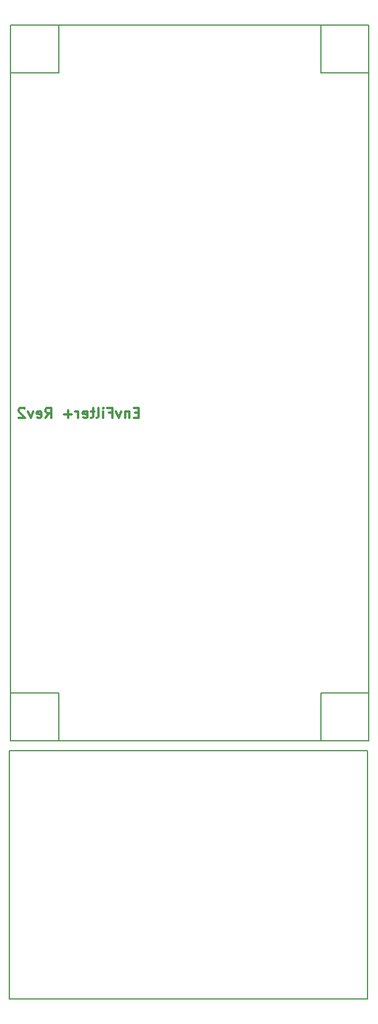
<source format=gbr>
G04 #@! TF.FileFunction,Legend,Bot*
%FSLAX46Y46*%
G04 Gerber Fmt 4.6, Leading zero omitted, Abs format (unit mm)*
G04 Created by KiCad (PCBNEW 4.0.7) date 03/28/18 20:32:25*
%MOMM*%
%LPD*%
G01*
G04 APERTURE LIST*
%ADD10C,0.100000*%
%ADD11C,0.300000*%
%ADD12C,0.150000*%
G04 APERTURE END LIST*
D10*
D11*
X91482570Y-81045857D02*
X90982570Y-81045857D01*
X90768284Y-81831571D02*
X91482570Y-81831571D01*
X91482570Y-80331571D01*
X90768284Y-80331571D01*
X90125427Y-80831571D02*
X90125427Y-81831571D01*
X90125427Y-80974429D02*
X90053999Y-80903000D01*
X89911141Y-80831571D01*
X89696856Y-80831571D01*
X89553999Y-80903000D01*
X89482570Y-81045857D01*
X89482570Y-81831571D01*
X88911141Y-80831571D02*
X88553998Y-81831571D01*
X88196856Y-80831571D01*
X87125427Y-81045857D02*
X87625427Y-81045857D01*
X87625427Y-81831571D02*
X87625427Y-80331571D01*
X86911141Y-80331571D01*
X86339713Y-81831571D02*
X86339713Y-80831571D01*
X86339713Y-80331571D02*
X86411142Y-80403000D01*
X86339713Y-80474429D01*
X86268285Y-80403000D01*
X86339713Y-80331571D01*
X86339713Y-80474429D01*
X85411141Y-81831571D02*
X85553999Y-81760143D01*
X85625427Y-81617286D01*
X85625427Y-80331571D01*
X85053999Y-80831571D02*
X84482570Y-80831571D01*
X84839713Y-80331571D02*
X84839713Y-81617286D01*
X84768285Y-81760143D01*
X84625427Y-81831571D01*
X84482570Y-81831571D01*
X83411142Y-81760143D02*
X83553999Y-81831571D01*
X83839713Y-81831571D01*
X83982570Y-81760143D01*
X84053999Y-81617286D01*
X84053999Y-81045857D01*
X83982570Y-80903000D01*
X83839713Y-80831571D01*
X83553999Y-80831571D01*
X83411142Y-80903000D01*
X83339713Y-81045857D01*
X83339713Y-81188714D01*
X84053999Y-81331571D01*
X82696856Y-81831571D02*
X82696856Y-80831571D01*
X82696856Y-81117286D02*
X82625428Y-80974429D01*
X82553999Y-80903000D01*
X82411142Y-80831571D01*
X82268285Y-80831571D01*
X81768285Y-81260143D02*
X80625428Y-81260143D01*
X81196857Y-81831571D02*
X81196857Y-80688714D01*
X77911142Y-81831571D02*
X78411142Y-81117286D01*
X78768285Y-81831571D02*
X78768285Y-80331571D01*
X78196857Y-80331571D01*
X78053999Y-80403000D01*
X77982571Y-80474429D01*
X77911142Y-80617286D01*
X77911142Y-80831571D01*
X77982571Y-80974429D01*
X78053999Y-81045857D01*
X78196857Y-81117286D01*
X78768285Y-81117286D01*
X76696857Y-81760143D02*
X76839714Y-81831571D01*
X77125428Y-81831571D01*
X77268285Y-81760143D01*
X77339714Y-81617286D01*
X77339714Y-81045857D01*
X77268285Y-80903000D01*
X77125428Y-80831571D01*
X76839714Y-80831571D01*
X76696857Y-80903000D01*
X76625428Y-81045857D01*
X76625428Y-81188714D01*
X77339714Y-81331571D01*
X76125428Y-80831571D02*
X75768285Y-81831571D01*
X75411143Y-80831571D01*
X74911143Y-80474429D02*
X74839714Y-80403000D01*
X74696857Y-80331571D01*
X74339714Y-80331571D01*
X74196857Y-80403000D01*
X74125428Y-80474429D01*
X74054000Y-80617286D01*
X74054000Y-80760143D01*
X74125428Y-80974429D01*
X74982571Y-81831571D01*
X74054000Y-81831571D01*
D12*
X79832200Y-128727200D02*
X79832200Y-128447800D01*
X80340200Y-128727200D02*
X79222600Y-128727200D01*
X124720200Y-130172500D02*
X124364600Y-130172500D01*
X124720200Y-166240500D02*
X124720200Y-130172500D01*
X124339200Y-166240500D02*
X124720200Y-166240500D01*
X72701000Y-130172500D02*
X124517000Y-130172500D01*
X72701000Y-166240500D02*
X72701000Y-130172500D01*
X72701000Y-166240500D02*
X124517000Y-166240500D01*
X117932200Y-121742200D02*
X124917200Y-121742200D01*
X117932200Y-128727200D02*
X117932200Y-121742200D01*
X79832200Y-121742200D02*
X72847200Y-121742200D01*
X79832200Y-128727200D02*
X79832200Y-121742200D01*
X79832200Y-31699200D02*
X72847200Y-31699200D01*
X79832200Y-24714200D02*
X79832200Y-31699200D01*
X117932200Y-31699200D02*
X117932200Y-24714200D01*
X124917200Y-31699200D02*
X117932200Y-31699200D01*
X124917200Y-24714200D02*
X72847200Y-24714200D01*
X124917200Y-128727200D02*
X124917200Y-24714200D01*
X72847200Y-128727200D02*
X124917200Y-128727200D01*
X72847200Y-24714200D02*
X72847200Y-128727200D01*
M02*

</source>
